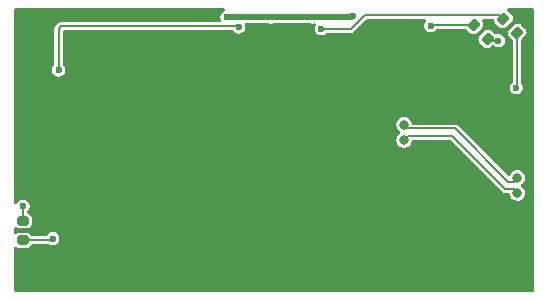
<source format=gbl>
G04 #@! TF.GenerationSoftware,KiCad,Pcbnew,9.0.4-9.0.4-0~ubuntu24.04.1*
G04 #@! TF.CreationDate,2025-08-31T09:26:06-07:00*
G04 #@! TF.ProjectId,2025-mipi-rpi-conv-dsi,32303235-2d6d-4697-9069-2d7270692d63,rev?*
G04 #@! TF.SameCoordinates,Original*
G04 #@! TF.FileFunction,Copper,L2,Bot*
G04 #@! TF.FilePolarity,Positive*
%FSLAX46Y46*%
G04 Gerber Fmt 4.6, Leading zero omitted, Abs format (unit mm)*
G04 Created by KiCad (PCBNEW 9.0.4-9.0.4-0~ubuntu24.04.1) date 2025-08-31 09:26:06*
%MOMM*%
%LPD*%
G01*
G04 APERTURE LIST*
G04 Aperture macros list*
%AMRoundRect*
0 Rectangle with rounded corners*
0 $1 Rounding radius*
0 $2 $3 $4 $5 $6 $7 $8 $9 X,Y pos of 4 corners*
0 Add a 4 corners polygon primitive as box body*
4,1,4,$2,$3,$4,$5,$6,$7,$8,$9,$2,$3,0*
0 Add four circle primitives for the rounded corners*
1,1,$1+$1,$2,$3*
1,1,$1+$1,$4,$5*
1,1,$1+$1,$6,$7*
1,1,$1+$1,$8,$9*
0 Add four rect primitives between the rounded corners*
20,1,$1+$1,$2,$3,$4,$5,0*
20,1,$1+$1,$4,$5,$6,$7,0*
20,1,$1+$1,$6,$7,$8,$9,0*
20,1,$1+$1,$8,$9,$2,$3,0*%
G04 Aperture macros list end*
G04 #@! TA.AperFunction,SMDPad,CuDef*
%ADD10RoundRect,0.200000X0.335876X0.053033X0.053033X0.335876X-0.335876X-0.053033X-0.053033X-0.335876X0*%
G04 #@! TD*
G04 #@! TA.AperFunction,SMDPad,CuDef*
%ADD11RoundRect,0.200000X0.275000X-0.200000X0.275000X0.200000X-0.275000X0.200000X-0.275000X-0.200000X0*%
G04 #@! TD*
G04 #@! TA.AperFunction,ViaPad*
%ADD12C,0.600000*%
G04 #@! TD*
G04 #@! TA.AperFunction,ViaPad*
%ADD13C,0.800000*%
G04 #@! TD*
G04 #@! TA.AperFunction,Conductor*
%ADD14C,0.200000*%
G04 #@! TD*
G04 #@! TA.AperFunction,Conductor*
%ADD15C,0.500000*%
G04 #@! TD*
G04 #@! TA.AperFunction,Conductor*
%ADD16C,0.150000*%
G04 #@! TD*
G04 APERTURE END LIST*
D10*
G04 #@! TO.P,R2,1*
G04 #@! TO.N,/DPHY_LED_EN*
X115583363Y-90083363D03*
G04 #@! TO.P,R2,2*
G04 #@! TO.N,/PANEL_LED_EN*
X114416637Y-88916637D03*
G04 #@! TD*
G04 #@! TO.P,R1,1*
G04 #@! TO.N,/DPHY_PWR_EN*
X113083363Y-90583363D03*
G04 #@! TO.P,R1,2*
G04 #@! TO.N,Net-(R1-Pad2)*
X111916637Y-89416637D03*
G04 #@! TD*
D11*
G04 #@! TO.P,R6,1*
G04 #@! TO.N,+3.3VA*
X73750000Y-107650000D03*
G04 #@! TO.P,R6,2*
G04 #@! TO.N,+3.3V*
X73750000Y-106000000D03*
G04 #@! TD*
D12*
G04 #@! TO.N,GND*
X99000000Y-100500000D03*
X106000000Y-104000000D03*
X80000000Y-108250000D03*
X114570442Y-97598797D03*
X76000000Y-95750000D03*
X102000000Y-100500000D03*
X110500000Y-106750000D03*
X82500000Y-102750000D03*
X98000000Y-104000000D03*
X88000000Y-111250000D03*
X76000000Y-97250000D03*
X89500000Y-108750000D03*
X106000000Y-111250000D03*
X100000000Y-108750000D03*
X103000000Y-111250000D03*
X92000000Y-104000000D03*
X85000000Y-108750000D03*
X80750000Y-96750000D03*
X96000000Y-91250000D03*
X106500000Y-95000000D03*
X106000000Y-108750000D03*
X91000000Y-99000000D03*
X106500000Y-100500000D03*
X108250000Y-91250000D03*
X98500000Y-111250000D03*
X110500000Y-108750000D03*
X95500000Y-108750000D03*
X76000000Y-98750000D03*
X100000000Y-111250000D03*
X80000000Y-104000000D03*
X102000000Y-104000000D03*
X105000000Y-100500000D03*
X90000000Y-104000000D03*
X97500000Y-95000000D03*
X108000000Y-100500000D03*
X99000000Y-90600003D03*
X83500000Y-95250000D03*
X110500000Y-111250000D03*
X89000000Y-99000000D03*
X109250000Y-92750000D03*
X96000000Y-95000000D03*
X107500000Y-111250000D03*
X83000000Y-99000000D03*
X94000000Y-108750000D03*
X81250000Y-109250000D03*
X76000000Y-101500000D03*
X98500000Y-108750000D03*
X105000000Y-90500000D03*
X113500000Y-111250000D03*
X95000000Y-99000000D03*
X104000000Y-104000000D03*
X110000000Y-95000000D03*
X95000000Y-96500000D03*
X91000000Y-96500000D03*
X103500000Y-95000000D03*
X95500000Y-111250000D03*
X86000000Y-104000000D03*
X103000000Y-108750000D03*
X81000000Y-91000000D03*
X84000000Y-104000000D03*
X95000000Y-91250000D03*
X104500000Y-108750000D03*
X83500000Y-91000000D03*
X82500000Y-106500000D03*
X86500000Y-108750000D03*
X102000000Y-95000000D03*
X101500000Y-111250000D03*
X93000000Y-96500000D03*
X79000000Y-94500000D03*
X86500000Y-111250000D03*
X83750000Y-111250000D03*
X105000000Y-95000000D03*
X87000000Y-96500000D03*
X92500000Y-111250000D03*
X92500000Y-108750000D03*
X93500000Y-91250000D03*
X112000000Y-111250000D03*
X82500000Y-110250000D03*
X100000000Y-104000000D03*
X110000000Y-103000000D03*
X85000000Y-111250000D03*
X94000000Y-104000000D03*
X97500000Y-91250000D03*
X89500000Y-111250000D03*
X100540689Y-90400000D03*
X115000000Y-100750000D03*
X106500000Y-90500000D03*
X94000000Y-111250000D03*
X91000000Y-111250000D03*
X103500000Y-90500000D03*
X89000000Y-96500000D03*
X97000000Y-111250000D03*
X99000000Y-95000000D03*
X97000000Y-108750000D03*
X87000000Y-99000000D03*
X104500000Y-97000000D03*
X85000000Y-99000000D03*
X88000000Y-108750000D03*
X113500000Y-104250000D03*
X100500000Y-95000000D03*
X102000000Y-90250000D03*
X88000000Y-104000000D03*
X108000000Y-104000000D03*
X113750000Y-100000000D03*
X109000000Y-108750000D03*
X81250000Y-105250000D03*
X107500000Y-108750000D03*
X83750000Y-107750000D03*
X80250000Y-91750000D03*
X104500000Y-111250000D03*
X96000000Y-104000000D03*
X82000000Y-91000000D03*
X115000000Y-111250000D03*
X103500000Y-100500000D03*
X97500000Y-100500000D03*
X76000000Y-100250000D03*
X93000000Y-99000000D03*
X110000000Y-96750000D03*
X100500000Y-100500000D03*
X109000000Y-111250000D03*
X91000000Y-108750000D03*
X101500000Y-108750000D03*
X113637277Y-95693483D03*
X82000000Y-95000000D03*
X115250000Y-105000000D03*
X84000000Y-91750000D03*
X85000000Y-96500000D03*
G04 #@! TO.N,+3.3V*
X73750000Y-104750000D03*
X101665380Y-88665380D03*
X91000000Y-88750000D03*
X94750000Y-88750000D03*
X98250000Y-88750000D03*
G04 #@! TO.N,/DPHY_LED_EN*
X115500000Y-94750000D03*
G04 #@! TO.N,/DPHY_PWR_EN*
X114000000Y-90750000D03*
D13*
G04 #@! TO.N,/DPHY_D1_P*
X115600000Y-102350000D03*
X106000000Y-97850000D03*
G04 #@! TO.N,/DPHY_D1_N*
X115600000Y-103650000D03*
X106000000Y-99150000D03*
D12*
G04 #@! TO.N,+3.3VA*
X76250000Y-107500000D03*
G04 #@! TO.N,/PANEL_LED_PWM*
X92000000Y-89600000D03*
X76750000Y-93250000D03*
G04 #@! TO.N,/PANEL_LED_EN*
X99000000Y-89750000D03*
G04 #@! TO.N,Net-(R1-Pad2)*
X108250000Y-89500000D03*
G04 #@! TD*
D14*
G04 #@! TO.N,+3.3V*
X73750000Y-106000000D02*
X73750000Y-104750000D01*
D15*
X98250000Y-88750000D02*
X101580760Y-88750000D01*
X94750000Y-88750000D02*
X91000000Y-88750000D01*
X101580760Y-88750000D02*
X101665380Y-88665380D01*
X94750000Y-88750000D02*
X98250000Y-88750000D01*
D14*
G04 #@! TO.N,/DPHY_LED_EN*
X115500000Y-94750000D02*
X115583363Y-94666637D01*
X115583363Y-94666637D02*
X115583363Y-90083363D01*
G04 #@! TO.N,/DPHY_PWR_EN*
X114000000Y-90750000D02*
X113250000Y-90750000D01*
X113250000Y-90750000D02*
X113083363Y-90583363D01*
D16*
G04 #@! TO.N,/DPHY_D1_P*
X106325000Y-98175000D02*
X106000000Y-97850000D01*
X110334620Y-98175000D02*
X106325000Y-98175000D01*
X114834620Y-102675000D02*
X110334620Y-98175000D01*
X115600000Y-102350000D02*
X115275000Y-102675000D01*
X115275000Y-102675000D02*
X114834620Y-102675000D01*
G04 #@! TO.N,/DPHY_D1_N*
X106325000Y-98825000D02*
X106000000Y-99150000D01*
X110065380Y-98825000D02*
X106325000Y-98825000D01*
X115600000Y-103650000D02*
X115275000Y-103325000D01*
X115275000Y-103325000D02*
X114565380Y-103325000D01*
X114565380Y-103325000D02*
X110065380Y-98825000D01*
D14*
G04 #@! TO.N,+3.3VA*
X76100000Y-107650000D02*
X76250000Y-107500000D01*
X73750000Y-107650000D02*
X76100000Y-107650000D01*
G04 #@! TO.N,/PANEL_LED_PWM*
X76750000Y-89750000D02*
X77000000Y-89500000D01*
X76750000Y-93250000D02*
X76750000Y-89750000D01*
X91750000Y-89500000D02*
X91850000Y-89600000D01*
X91850000Y-89600000D02*
X92000000Y-89600000D01*
X77000000Y-89500000D02*
X91750000Y-89500000D01*
G04 #@! TO.N,/PANEL_LED_EN*
X99000000Y-89750000D02*
X101500000Y-89750000D01*
X101500000Y-89750000D02*
X102674157Y-88575843D01*
X102674157Y-88575843D02*
X114075843Y-88575843D01*
X114075843Y-88575843D02*
X114416637Y-88916637D01*
G04 #@! TO.N,Net-(R1-Pad2)*
X108250000Y-89500000D02*
X108333363Y-89416637D01*
X108333363Y-89416637D02*
X111916637Y-89416637D01*
G04 #@! TD*
G04 #@! TA.AperFunction,Conductor*
G04 #@! TO.N,GND*
G36*
X90802163Y-88020185D02*
G01*
X90847918Y-88072989D01*
X90857862Y-88142147D01*
X90828837Y-88205703D01*
X90793523Y-88231168D01*
X90794553Y-88232952D01*
X90661988Y-88309488D01*
X90661982Y-88309493D01*
X90559493Y-88411982D01*
X90559488Y-88411988D01*
X90487017Y-88537511D01*
X90487016Y-88537515D01*
X90449500Y-88677525D01*
X90449500Y-88822475D01*
X90460521Y-88863604D01*
X90487017Y-88962489D01*
X90487018Y-88962492D01*
X90487603Y-88963504D01*
X90487836Y-88964465D01*
X90490128Y-88969999D01*
X90489265Y-88970356D01*
X90504073Y-89031405D01*
X90481219Y-89097431D01*
X90426296Y-89140619D01*
X90380214Y-89149500D01*
X76953856Y-89149500D01*
X76864712Y-89173386D01*
X76864711Y-89173386D01*
X76864709Y-89173387D01*
X76864706Y-89173388D01*
X76784794Y-89219526D01*
X76784785Y-89219533D01*
X76469532Y-89534785D01*
X76469528Y-89534791D01*
X76426431Y-89609437D01*
X76423389Y-89614706D01*
X76423385Y-89614715D01*
X76399500Y-89703856D01*
X76399500Y-92770614D01*
X76379815Y-92837653D01*
X76363181Y-92858295D01*
X76309493Y-92911982D01*
X76309488Y-92911988D01*
X76237017Y-93037511D01*
X76237016Y-93037515D01*
X76199500Y-93177525D01*
X76199500Y-93322475D01*
X76237016Y-93462485D01*
X76237017Y-93462488D01*
X76309488Y-93588011D01*
X76309490Y-93588013D01*
X76309491Y-93588015D01*
X76411985Y-93690509D01*
X76411986Y-93690510D01*
X76411988Y-93690511D01*
X76537511Y-93762982D01*
X76537512Y-93762982D01*
X76537515Y-93762984D01*
X76677525Y-93800500D01*
X76677528Y-93800500D01*
X76822472Y-93800500D01*
X76822475Y-93800500D01*
X76962485Y-93762984D01*
X77088015Y-93690509D01*
X77190509Y-93588015D01*
X77262984Y-93462485D01*
X77300500Y-93322475D01*
X77300500Y-93177525D01*
X77262984Y-93037515D01*
X77190509Y-92911985D01*
X77136819Y-92858295D01*
X77103334Y-92796972D01*
X77100500Y-92770614D01*
X77100500Y-90636396D01*
X112291898Y-90636396D01*
X112312138Y-90770682D01*
X112337080Y-90822472D01*
X112371063Y-90893038D01*
X112390564Y-90916576D01*
X112390573Y-90916585D01*
X112390581Y-90916594D01*
X112750131Y-91276144D01*
X112750140Y-91276152D01*
X112750150Y-91276162D01*
X112773688Y-91295663D01*
X112896043Y-91354587D01*
X113030330Y-91374828D01*
X113164617Y-91354587D01*
X113286972Y-91295663D01*
X113310510Y-91276162D01*
X113441394Y-91145277D01*
X113502715Y-91111794D01*
X113572407Y-91116778D01*
X113616755Y-91145279D01*
X113661985Y-91190509D01*
X113661986Y-91190510D01*
X113661988Y-91190511D01*
X113787511Y-91262982D01*
X113787512Y-91262982D01*
X113787515Y-91262984D01*
X113927525Y-91300500D01*
X113927528Y-91300500D01*
X114072472Y-91300500D01*
X114072475Y-91300500D01*
X114212485Y-91262984D01*
X114338015Y-91190509D01*
X114440509Y-91088015D01*
X114512984Y-90962485D01*
X114550500Y-90822475D01*
X114550500Y-90677525D01*
X114512984Y-90537515D01*
X114492542Y-90502109D01*
X114440511Y-90411988D01*
X114440506Y-90411982D01*
X114338017Y-90309493D01*
X114338015Y-90309491D01*
X114212485Y-90237016D01*
X114072475Y-90199500D01*
X113927525Y-90199500D01*
X113837353Y-90223661D01*
X113767503Y-90221998D01*
X113717579Y-90191567D01*
X113662408Y-90136396D01*
X114791898Y-90136396D01*
X114812138Y-90270682D01*
X114840590Y-90329762D01*
X114871063Y-90393038D01*
X114890564Y-90416576D01*
X114890573Y-90416585D01*
X114890581Y-90416594D01*
X115196544Y-90722556D01*
X115230029Y-90783879D01*
X115232863Y-90810237D01*
X115232863Y-94196978D01*
X115213178Y-94264017D01*
X115170865Y-94304364D01*
X115161988Y-94309489D01*
X115161982Y-94309493D01*
X115059493Y-94411982D01*
X115059488Y-94411988D01*
X114987017Y-94537511D01*
X114987016Y-94537515D01*
X114949500Y-94677525D01*
X114949500Y-94822475D01*
X114987016Y-94962485D01*
X114987017Y-94962488D01*
X115059488Y-95088011D01*
X115059490Y-95088013D01*
X115059491Y-95088015D01*
X115161985Y-95190509D01*
X115161986Y-95190510D01*
X115161988Y-95190511D01*
X115287511Y-95262982D01*
X115287512Y-95262982D01*
X115287515Y-95262984D01*
X115427525Y-95300500D01*
X115427528Y-95300500D01*
X115572472Y-95300500D01*
X115572475Y-95300500D01*
X115712485Y-95262984D01*
X115838015Y-95190509D01*
X115940509Y-95088015D01*
X116012984Y-94962485D01*
X116050500Y-94822475D01*
X116050500Y-94677525D01*
X116012984Y-94537515D01*
X115950476Y-94429248D01*
X115933863Y-94367248D01*
X115933863Y-90704171D01*
X115953548Y-90637132D01*
X115970182Y-90616490D01*
X116276144Y-90310528D01*
X116276162Y-90310510D01*
X116295663Y-90286972D01*
X116354587Y-90164617D01*
X116374828Y-90030330D01*
X116354587Y-89896043D01*
X116295663Y-89773688D01*
X116276162Y-89750150D01*
X116276152Y-89750140D01*
X116276144Y-89750131D01*
X115916594Y-89390581D01*
X115916585Y-89390573D01*
X115916576Y-89390564D01*
X115905166Y-89381111D01*
X115893041Y-89371065D01*
X115893039Y-89371064D01*
X115893038Y-89371063D01*
X115821775Y-89336744D01*
X115770682Y-89312138D01*
X115636396Y-89291898D01*
X115502109Y-89312138D01*
X115379750Y-89371065D01*
X115356224Y-89390557D01*
X115356197Y-89390581D01*
X114890581Y-89856197D01*
X114890557Y-89856224D01*
X114871065Y-89879750D01*
X114812138Y-90002109D01*
X114791898Y-90136396D01*
X113662408Y-90136396D01*
X113416594Y-89890581D01*
X113416585Y-89890573D01*
X113416576Y-89890564D01*
X113403523Y-89879750D01*
X113393041Y-89871065D01*
X113393039Y-89871064D01*
X113393038Y-89871063D01*
X113292146Y-89822475D01*
X113270682Y-89812138D01*
X113136396Y-89791898D01*
X113002109Y-89812138D01*
X112879750Y-89871065D01*
X112856224Y-89890557D01*
X112856197Y-89890581D01*
X112390581Y-90356197D01*
X112390557Y-90356224D01*
X112371065Y-90379750D01*
X112312138Y-90502109D01*
X112291898Y-90636396D01*
X77100500Y-90636396D01*
X77100500Y-89974500D01*
X77120185Y-89907461D01*
X77172989Y-89861706D01*
X77224500Y-89850500D01*
X91437373Y-89850500D01*
X91504412Y-89870185D01*
X91544759Y-89912499D01*
X91559491Y-89938015D01*
X91661985Y-90040509D01*
X91661986Y-90040510D01*
X91661988Y-90040511D01*
X91787511Y-90112982D01*
X91787512Y-90112982D01*
X91787515Y-90112984D01*
X91927525Y-90150500D01*
X91927528Y-90150500D01*
X92072472Y-90150500D01*
X92072475Y-90150500D01*
X92212485Y-90112984D01*
X92338015Y-90040509D01*
X92440509Y-89938015D01*
X92512984Y-89812485D01*
X92550500Y-89672475D01*
X92550500Y-89527525D01*
X92518096Y-89406593D01*
X92519759Y-89336744D01*
X92558921Y-89278881D01*
X92623150Y-89251377D01*
X92637871Y-89250500D01*
X94482711Y-89250500D01*
X94530162Y-89259938D01*
X94537513Y-89262983D01*
X94537515Y-89262984D01*
X94677525Y-89300500D01*
X94677528Y-89300500D01*
X94822472Y-89300500D01*
X94822475Y-89300500D01*
X94962485Y-89262984D01*
X94962488Y-89262981D01*
X94969838Y-89259938D01*
X95017289Y-89250500D01*
X97982711Y-89250500D01*
X98030162Y-89259938D01*
X98037513Y-89262983D01*
X98037515Y-89262984D01*
X98177525Y-89300500D01*
X98177528Y-89300500D01*
X98322473Y-89300500D01*
X98322475Y-89300500D01*
X98389852Y-89282446D01*
X98459700Y-89284107D01*
X98517563Y-89323269D01*
X98545068Y-89387497D01*
X98533482Y-89456400D01*
X98529332Y-89464220D01*
X98487017Y-89537511D01*
X98487016Y-89537515D01*
X98449500Y-89677525D01*
X98449500Y-89822475D01*
X98481128Y-89940511D01*
X98487017Y-89962488D01*
X98559488Y-90088011D01*
X98559490Y-90088013D01*
X98559491Y-90088015D01*
X98661985Y-90190509D01*
X98661986Y-90190510D01*
X98661988Y-90190511D01*
X98787511Y-90262982D01*
X98787512Y-90262982D01*
X98787515Y-90262984D01*
X98927525Y-90300500D01*
X98927528Y-90300500D01*
X99072472Y-90300500D01*
X99072475Y-90300500D01*
X99212485Y-90262984D01*
X99338015Y-90190509D01*
X99391705Y-90136819D01*
X99453028Y-90103334D01*
X99479386Y-90100500D01*
X101546142Y-90100500D01*
X101546144Y-90100500D01*
X101635288Y-90076614D01*
X101645912Y-90070480D01*
X101715212Y-90030470D01*
X102783020Y-88962662D01*
X102844343Y-88929177D01*
X102870701Y-88926343D01*
X107745771Y-88926343D01*
X107812810Y-88946028D01*
X107858565Y-88998832D01*
X107868509Y-89067990D01*
X107839484Y-89131546D01*
X107833452Y-89138024D01*
X107809493Y-89161982D01*
X107809488Y-89161988D01*
X107737017Y-89287511D01*
X107737016Y-89287515D01*
X107699500Y-89427525D01*
X107699500Y-89572475D01*
X107735842Y-89708102D01*
X107737017Y-89712488D01*
X107809488Y-89838011D01*
X107809490Y-89838013D01*
X107809491Y-89838015D01*
X107911985Y-89940509D01*
X107911986Y-89940510D01*
X107911988Y-89940511D01*
X108037511Y-90012982D01*
X108037512Y-90012982D01*
X108037515Y-90012984D01*
X108177525Y-90050500D01*
X108177528Y-90050500D01*
X108322472Y-90050500D01*
X108322475Y-90050500D01*
X108462485Y-90012984D01*
X108588015Y-89940509D01*
X108690509Y-89838015D01*
X108695636Y-89829135D01*
X108746204Y-89780921D01*
X108803022Y-89767137D01*
X111189763Y-89767137D01*
X111256802Y-89786822D01*
X111277444Y-89803456D01*
X111583405Y-90109418D01*
X111583414Y-90109426D01*
X111583424Y-90109436D01*
X111606962Y-90128937D01*
X111729317Y-90187861D01*
X111863604Y-90208102D01*
X111997891Y-90187861D01*
X112120246Y-90128937D01*
X112143784Y-90109436D01*
X112609436Y-89643784D01*
X112628937Y-89620246D01*
X112687861Y-89497891D01*
X112708102Y-89363604D01*
X112687861Y-89229317D01*
X112628937Y-89106962D01*
X112628934Y-89106959D01*
X112627580Y-89104146D01*
X112616228Y-89035205D01*
X112643949Y-88971070D01*
X112701944Y-88932104D01*
X112739300Y-88926343D01*
X113511931Y-88926343D01*
X113578970Y-88946028D01*
X113624725Y-88998832D01*
X113634546Y-89031861D01*
X113645412Y-89103956D01*
X113667346Y-89149500D01*
X113704337Y-89226312D01*
X113704338Y-89226313D01*
X113704339Y-89226315D01*
X113714385Y-89238440D01*
X113723838Y-89249850D01*
X113723847Y-89249859D01*
X113723855Y-89249868D01*
X114083405Y-89609418D01*
X114083414Y-89609426D01*
X114083424Y-89609436D01*
X114106962Y-89628937D01*
X114229317Y-89687861D01*
X114363604Y-89708102D01*
X114497891Y-89687861D01*
X114620246Y-89628937D01*
X114643784Y-89609436D01*
X115109436Y-89143784D01*
X115128937Y-89120246D01*
X115187861Y-88997891D01*
X115208102Y-88863604D01*
X115187861Y-88729317D01*
X115128937Y-88606962D01*
X115109436Y-88583424D01*
X115109426Y-88583414D01*
X115109418Y-88583405D01*
X114749868Y-88223855D01*
X114749857Y-88223845D01*
X114749850Y-88223838D01*
X114745977Y-88220629D01*
X114745199Y-88219984D01*
X114706135Y-88162055D01*
X114704591Y-88092202D01*
X114741058Y-88032604D01*
X114803956Y-88002182D01*
X114824311Y-88000500D01*
X116875500Y-88000500D01*
X116942539Y-88020185D01*
X116988294Y-88072989D01*
X116999500Y-88124500D01*
X116999500Y-111875500D01*
X116979815Y-111942539D01*
X116927011Y-111988294D01*
X116875500Y-111999500D01*
X73124500Y-111999500D01*
X73057461Y-111979815D01*
X73011706Y-111927011D01*
X73000500Y-111875500D01*
X73000500Y-108305340D01*
X73020185Y-108238301D01*
X73072989Y-108192546D01*
X73142147Y-108182602D01*
X73198131Y-108205568D01*
X73262118Y-108252793D01*
X73304845Y-108267744D01*
X73390299Y-108297646D01*
X73420730Y-108300500D01*
X73420734Y-108300500D01*
X74079270Y-108300500D01*
X74109699Y-108297646D01*
X74109701Y-108297646D01*
X74173790Y-108275219D01*
X74237882Y-108252793D01*
X74347150Y-108172150D01*
X74427793Y-108062882D01*
X74427793Y-108062881D01*
X74433311Y-108055405D01*
X74435285Y-108056862D01*
X74474580Y-108016485D01*
X74535480Y-108000500D01*
X75982711Y-108000500D01*
X76030162Y-108009938D01*
X76037513Y-108012983D01*
X76037515Y-108012984D01*
X76177525Y-108050500D01*
X76177528Y-108050500D01*
X76322472Y-108050500D01*
X76322475Y-108050500D01*
X76462485Y-108012984D01*
X76588015Y-107940509D01*
X76690509Y-107838015D01*
X76762984Y-107712485D01*
X76800500Y-107572475D01*
X76800500Y-107427525D01*
X76762984Y-107287515D01*
X76761945Y-107285716D01*
X76690511Y-107161988D01*
X76690506Y-107161982D01*
X76588017Y-107059493D01*
X76588011Y-107059488D01*
X76462488Y-106987017D01*
X76462489Y-106987017D01*
X76451006Y-106983940D01*
X76322475Y-106949500D01*
X76177525Y-106949500D01*
X76048993Y-106983940D01*
X76037511Y-106987017D01*
X75911988Y-107059488D01*
X75911982Y-107059493D01*
X75809493Y-107161982D01*
X75809489Y-107161988D01*
X75765892Y-107237500D01*
X75715325Y-107285716D01*
X75658505Y-107299500D01*
X74535480Y-107299500D01*
X74468441Y-107279815D01*
X74434968Y-107243371D01*
X74433311Y-107244595D01*
X74427793Y-107237118D01*
X74347150Y-107127850D01*
X74237882Y-107047207D01*
X74237880Y-107047206D01*
X74109700Y-107002353D01*
X74079270Y-106999500D01*
X74079266Y-106999500D01*
X73420734Y-106999500D01*
X73420730Y-106999500D01*
X73390300Y-107002353D01*
X73390298Y-107002353D01*
X73262119Y-107047206D01*
X73262118Y-107047207D01*
X73198133Y-107094430D01*
X73132504Y-107118400D01*
X73064334Y-107103084D01*
X73015266Y-107053344D01*
X73000500Y-106994659D01*
X73000500Y-106655340D01*
X73020185Y-106588301D01*
X73072989Y-106542546D01*
X73142147Y-106532602D01*
X73198131Y-106555568D01*
X73262118Y-106602793D01*
X73304845Y-106617744D01*
X73390299Y-106647646D01*
X73420730Y-106650500D01*
X73420734Y-106650500D01*
X74079270Y-106650500D01*
X74109699Y-106647646D01*
X74109701Y-106647646D01*
X74173790Y-106625219D01*
X74237882Y-106602793D01*
X74347150Y-106522150D01*
X74427793Y-106412882D01*
X74450219Y-106348790D01*
X74472646Y-106284701D01*
X74472646Y-106284699D01*
X74475500Y-106254269D01*
X74475500Y-105745730D01*
X74472646Y-105715300D01*
X74472646Y-105715298D01*
X74427793Y-105587119D01*
X74427792Y-105587117D01*
X74347150Y-105477850D01*
X74237882Y-105397207D01*
X74183544Y-105378193D01*
X74164554Y-105364572D01*
X74143297Y-105354865D01*
X74136693Y-105344590D01*
X74126768Y-105337471D01*
X74118156Y-105315744D01*
X74105523Y-105296087D01*
X74102767Y-105276921D01*
X74101022Y-105272518D01*
X74100500Y-105261152D01*
X74100500Y-105229386D01*
X74120185Y-105162347D01*
X74136819Y-105141705D01*
X74190509Y-105088015D01*
X74262984Y-104962485D01*
X74300500Y-104822475D01*
X74300500Y-104677525D01*
X74262984Y-104537515D01*
X74190509Y-104411985D01*
X74088015Y-104309491D01*
X74088013Y-104309490D01*
X74088011Y-104309488D01*
X73962488Y-104237017D01*
X73962489Y-104237017D01*
X73923112Y-104226466D01*
X73822475Y-104199500D01*
X73677525Y-104199500D01*
X73576888Y-104226466D01*
X73537511Y-104237017D01*
X73411988Y-104309488D01*
X73411982Y-104309493D01*
X73309493Y-104411982D01*
X73309488Y-104411988D01*
X73232952Y-104544553D01*
X73230535Y-104543157D01*
X73195218Y-104586982D01*
X73128924Y-104609045D01*
X73061225Y-104591765D01*
X73013615Y-104540626D01*
X73000500Y-104485124D01*
X73000500Y-97914071D01*
X105349499Y-97914071D01*
X105374497Y-98039738D01*
X105374499Y-98039744D01*
X105423533Y-98158124D01*
X105423538Y-98158133D01*
X105494723Y-98264668D01*
X105494726Y-98264672D01*
X105585327Y-98355273D01*
X105585331Y-98355276D01*
X105647622Y-98396898D01*
X105692427Y-98450510D01*
X105701134Y-98519835D01*
X105670979Y-98582863D01*
X105647622Y-98603102D01*
X105585331Y-98644723D01*
X105585327Y-98644726D01*
X105494726Y-98735327D01*
X105494723Y-98735331D01*
X105423538Y-98841866D01*
X105423533Y-98841875D01*
X105374499Y-98960255D01*
X105374497Y-98960261D01*
X105349500Y-99085928D01*
X105349500Y-99085931D01*
X105349500Y-99214069D01*
X105349500Y-99214071D01*
X105349499Y-99214071D01*
X105374497Y-99339738D01*
X105374499Y-99339744D01*
X105423533Y-99458124D01*
X105423538Y-99458133D01*
X105494723Y-99564668D01*
X105494726Y-99564672D01*
X105585327Y-99655273D01*
X105585331Y-99655276D01*
X105691866Y-99726461D01*
X105691872Y-99726464D01*
X105691873Y-99726465D01*
X105810256Y-99775501D01*
X105810260Y-99775501D01*
X105810261Y-99775502D01*
X105935928Y-99800500D01*
X105935931Y-99800500D01*
X106064071Y-99800500D01*
X106148615Y-99783682D01*
X106189744Y-99775501D01*
X106308127Y-99726465D01*
X106414669Y-99655276D01*
X106505276Y-99564669D01*
X106576465Y-99458127D01*
X106625501Y-99339744D01*
X106629931Y-99317472D01*
X106643292Y-99250308D01*
X106675677Y-99188397D01*
X106736393Y-99153823D01*
X106764909Y-99150500D01*
X109879191Y-99150500D01*
X109946230Y-99170185D01*
X109966872Y-99186819D01*
X114365518Y-103585465D01*
X114439741Y-103628318D01*
X114522527Y-103650500D01*
X114608233Y-103650500D01*
X114835091Y-103650500D01*
X114902130Y-103670185D01*
X114947885Y-103722989D01*
X114956708Y-103750308D01*
X114974497Y-103839738D01*
X114974499Y-103839744D01*
X115023533Y-103958124D01*
X115023538Y-103958133D01*
X115094723Y-104064668D01*
X115094726Y-104064672D01*
X115185327Y-104155273D01*
X115185331Y-104155276D01*
X115291866Y-104226461D01*
X115291872Y-104226464D01*
X115291873Y-104226465D01*
X115410256Y-104275501D01*
X115410260Y-104275501D01*
X115410261Y-104275502D01*
X115535928Y-104300500D01*
X115535931Y-104300500D01*
X115664071Y-104300500D01*
X115748615Y-104283682D01*
X115789744Y-104275501D01*
X115908127Y-104226465D01*
X116014669Y-104155276D01*
X116105276Y-104064669D01*
X116176465Y-103958127D01*
X116225501Y-103839744D01*
X116233682Y-103798615D01*
X116250500Y-103714071D01*
X116250500Y-103585928D01*
X116225502Y-103460261D01*
X116225501Y-103460260D01*
X116225501Y-103460256D01*
X116176465Y-103341873D01*
X116176464Y-103341872D01*
X116176461Y-103341866D01*
X116105276Y-103235331D01*
X116105273Y-103235327D01*
X116014671Y-103144725D01*
X115988486Y-103127229D01*
X115952377Y-103103101D01*
X115907572Y-103049491D01*
X115898865Y-102980166D01*
X115929019Y-102917138D01*
X115952375Y-102896899D01*
X116014669Y-102855276D01*
X116105276Y-102764669D01*
X116176465Y-102658127D01*
X116225501Y-102539744D01*
X116250500Y-102414069D01*
X116250500Y-102285931D01*
X116250500Y-102285928D01*
X116225502Y-102160261D01*
X116225501Y-102160260D01*
X116225501Y-102160256D01*
X116176465Y-102041873D01*
X116176464Y-102041872D01*
X116176461Y-102041866D01*
X116105276Y-101935331D01*
X116105273Y-101935327D01*
X116014672Y-101844726D01*
X116014668Y-101844723D01*
X115908133Y-101773538D01*
X115908124Y-101773533D01*
X115789744Y-101724499D01*
X115789738Y-101724497D01*
X115664071Y-101699500D01*
X115664069Y-101699500D01*
X115535931Y-101699500D01*
X115535929Y-101699500D01*
X115410261Y-101724497D01*
X115410255Y-101724499D01*
X115291875Y-101773533D01*
X115291866Y-101773538D01*
X115185331Y-101844723D01*
X115185327Y-101844726D01*
X115094726Y-101935327D01*
X115094723Y-101935331D01*
X115023538Y-102041866D01*
X115023535Y-102041873D01*
X114988608Y-102126192D01*
X114944766Y-102180595D01*
X114878472Y-102202659D01*
X114810772Y-102185379D01*
X114786366Y-102166419D01*
X110534484Y-97914537D01*
X110534482Y-97914535D01*
X110497370Y-97893108D01*
X110460260Y-97871682D01*
X110418866Y-97860591D01*
X110377473Y-97849500D01*
X110377472Y-97849500D01*
X106764909Y-97849500D01*
X106697870Y-97829815D01*
X106652115Y-97777011D01*
X106643292Y-97749692D01*
X106625502Y-97660261D01*
X106625501Y-97660260D01*
X106625501Y-97660256D01*
X106576465Y-97541873D01*
X106576464Y-97541872D01*
X106576461Y-97541866D01*
X106505276Y-97435331D01*
X106505273Y-97435327D01*
X106414672Y-97344726D01*
X106414668Y-97344723D01*
X106308133Y-97273538D01*
X106308124Y-97273533D01*
X106189744Y-97224499D01*
X106189738Y-97224497D01*
X106064071Y-97199500D01*
X106064069Y-97199500D01*
X105935931Y-97199500D01*
X105935929Y-97199500D01*
X105810261Y-97224497D01*
X105810255Y-97224499D01*
X105691875Y-97273533D01*
X105691866Y-97273538D01*
X105585331Y-97344723D01*
X105585327Y-97344726D01*
X105494726Y-97435327D01*
X105494723Y-97435331D01*
X105423538Y-97541866D01*
X105423533Y-97541875D01*
X105374499Y-97660255D01*
X105374497Y-97660261D01*
X105349500Y-97785928D01*
X105349500Y-97785931D01*
X105349500Y-97914069D01*
X105349500Y-97914071D01*
X105349499Y-97914071D01*
X73000500Y-97914071D01*
X73000500Y-88124500D01*
X73020185Y-88057461D01*
X73072989Y-88011706D01*
X73124500Y-88000500D01*
X90735124Y-88000500D01*
X90802163Y-88020185D01*
G37*
G04 #@! TD.AperFunction*
G04 #@! TD*
M02*

</source>
